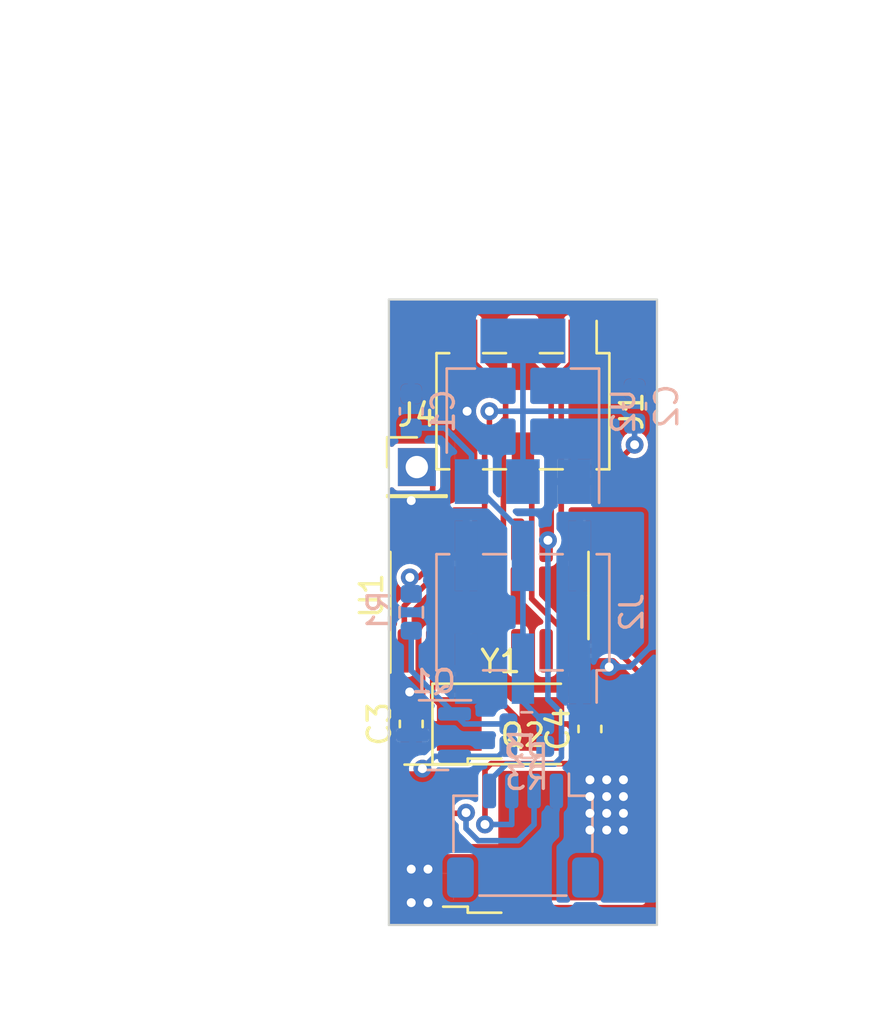
<source format=kicad_pcb>
(kicad_pcb (version 20221018) (generator pcbnew)
  (layers (0 "F.Cu" signal) (31 "B.Cu" signal) (34 "B.Paste" user) (35 "F.Paste" user) (36 "B.SilkS" user "B.Silkscreen") (37 "F.SilkS" user "F.Silkscreen") (38 "B.Mask" user) (39 "F.Mask" user) (44 "Edge.Cuts" user))
  (net 0 "")
  (net 1 "VIN")
  (net 2 "GND")
  (net 3 "VOUT")
  (net 4 "CLKI")
  (net 5 "PB1")
  (net 6 "ADC5")
  (net 7 "ADC6")
  (net 8 "PB3")
  (net 9 "OUTPUT01")
  (net 10 "ADC4")
  (net 11 "Net-(Q1-Pad1)")
  (net 12 "Net-(Q1-Pad2)")
  (net 13 "ADC0")
  (net 14 "CKOUT")
  (net 15 "ADC7")
  (net 16 "ADC3")
  (net 17 "ADC2")
  (net 18 "ADC1")
  (footprint "oomlout_OOMP_parts:CAPC-0603-X-PF20-V50-C6P20" (layer "F.Cu") (at 181.5 104.475 90)
    (fp_text reference "C4" (at 0 -1.43 90) (layer "F.SilkS"))
    (fp_text value "CAPC-0603-X-PF20-V50-C6P20")
    (fp_line (start -0.14058 -0.51) (end 0.14058 -0.51) (stroke (width 0.12)) (layer "F.SilkS"))
    (fp_line (start -0.14058 0.51) (end 0.14058 0.51) (stroke (width 0.12)) (layer "F.SilkS"))
    (pad "1" smd roundrect (at -0.775 0 90) (size 0.9 0.95) (layers "F.Cu" "F.Paste" "F.Mask") (net 5 "PB1"))
    (pad "2" smd roundrect (at 0.775 0 90) (size 0.9 0.95) (layers "F.Cu" "F.Paste" "F.Mask") (net 2 "GND"))
  )
  (footprint "oomlout_OOMP_parts:HEAD-I01-X-PI01-01-HP01" (layer "F.Cu") (at 173.75 92.75)
    (fp_text reference "J4" (at 0 -2.33) (layer "F.SilkS"))
    (fp_text value "HEAD-I01-X-PI01-01-HP01")
    (fp_line (start -1.33 -1.33) (end 0 -1.33) (stroke (width 0.12)) (layer "F.SilkS"))
    (fp_line (start -1.33 0) (end -1.33 -1.33) (stroke (width 0.12)) (layer "F.SilkS"))
    (fp_line (start -1.33 1.27) (end -1.33 1.33) (stroke (width 0.12)) (layer "F.SilkS"))
    (fp_line (start -1.33 1.27) (end 1.33 1.27) (stroke (width 0.12)) (layer "F.SilkS"))
    (fp_line (start -1.33 1.33) (end 1.33 1.33) (stroke (width 0.12)) (layer "F.SilkS"))
    (fp_line (start 1.33 1.27) (end 1.33 1.33) (stroke (width 0.12)) (layer "F.SilkS"))
    (pad "1" thru_hole rect (at 0 0) (size 1.7 1.7) (drill 1) (layers "*.Cu" "*.Mask") (net 13 "ADC0"))
  )
  (footprint "oomlout_OOMP_parts:CAPC-0603-X-PF20-V50-C6P20" (layer "F.Cu") (at 173.5 104.25 90)
    (fp_text reference "C3" (at 0 -1.43 90) (layer "F.SilkS"))
    (fp_text value "CAPC-0603-X-PF20-V50-C6P20")
    (fp_line (start -0.14058 -0.51) (end 0.14058 -0.51) (stroke (width 0.12)) (layer "F.SilkS"))
    (fp_line (start -0.14058 0.51) (end 0.14058 0.51) (stroke (width 0.12)) (layer "F.SilkS"))
    (pad "1" smd roundrect (at -0.775 0 90) (size 0.9 0.95) (layers "F.Cu" "F.Paste" "F.Mask") (net 4 "CLKI"))
    (pad "2" smd roundrect (at 0.775 0 90) (size 0.9 0.95) (layers "F.Cu" "F.Paste" "F.Mask") (net 2 "GND"))
  )
  (footprint "oomlout_OOMP_parts:HEAD-I01-X-PI2X03-SM-H2X3SM" (layer "F.Cu") (at 178.5 90.25 -90)
    (fp_text reference "J1" (at 0 -4.87 90) (layer "F.SilkS"))
    (fp_text value "HEAD-I01-X-PI2X03-SM-H2X3SM")
    (fp_line (start -4.04 -3.3) (end -2.6 -3.3) (stroke (width 0.12)) (layer "F.SilkS"))
    (fp_line (start -2.6 -3.87) (end -2.6 -3.3) (stroke (width 0.12)) (layer "F.SilkS"))
    (fp_line (start -2.6 -3.87) (end 2.6 -3.87) (stroke (width 0.12)) (layer "F.SilkS"))
    (fp_line (start -2.6 -1.78) (end -2.6 -0.76) (stroke (width 0.12)) (layer "F.SilkS"))
    (fp_line (start -2.6 0.76) (end -2.6 1.78) (stroke (width 0.12)) (layer "F.SilkS"))
    (fp_line (start -2.6 3.3) (end -2.6 3.87) (stroke (width 0.12)) (layer "F.SilkS"))
    (fp_line (start -2.6 3.87) (end 2.6 3.87) (stroke (width 0.12)) (layer "F.SilkS"))
    (fp_line (start 2.6 -3.87) (end 2.6 -3.3) (stroke (width 0.12)) (layer "F.SilkS"))
    (fp_line (start 2.6 -1.78) (end 2.6 -0.76) (stroke (width 0.12)) (layer "F.SilkS"))
    (fp_line (start 2.6 0.76) (end 2.6 1.78) (stroke (width 0.12)) (layer "F.SilkS"))
    (fp_line (start 2.6 3.3) (end 2.6 3.87) (stroke (width 0.12)) (layer "F.SilkS"))
    (pad "1" smd rect (at -2.525 -2.54 270) (size 3.15 1) (layers "F.Cu" "F.Paste" "F.Mask") (net 6 "ADC5"))
    (pad "2" smd rect (at 2.525 -2.54 270) (size 3.15 1) (layers "F.Cu" "F.Paste" "F.Mask") (net 3 "VOUT"))
    (pad "3" smd rect (at -2.525 0 270) (size 3.15 1) (layers "F.Cu" "F.Paste" "F.Mask") (net 10 "ADC4"))
    (pad "4" smd rect (at 2.525 0 270) (size 3.15 1) (layers "F.Cu" "F.Paste" "F.Mask") (net 7 "ADC6"))
    (pad "5" smd rect (at -2.525 2.54 270) (size 3.15 1) (layers "F.Cu" "F.Paste" "F.Mask") (net 8 "PB3"))
    (pad "6" smd rect (at 2.525 2.54 270) (size 3.15 1) (layers "F.Cu" "F.Paste" "F.Mask") (net 2 "GND"))
  )
  (footprint "oomlout_OOMP_parts:MCUU-SC14-84-ATTINY-01-MCAT84SC14" (layer "F.Cu") (at 177 98.5 90)
    (fp_text reference "U1" (at 0 -5.28 90) (layer "F.SilkS"))
    (fp_text value "MCUU-SC14-84-ATTINY-01-MCAT84SC14")
    (fp_line (start 0 -4.435) (end -3.45 -4.435) (stroke (width 0.12)) (layer "F.SilkS"))
    (fp_line (start 0 -4.435) (end 1.95 -4.435) (stroke (width 0.12)) (layer "F.SilkS"))
    (fp_line (start 0 4.435) (end -1.95 4.435) (stroke (width 0.12)) (layer "F.SilkS"))
    (fp_line (start 0 4.435) (end 1.95 4.435) (stroke (width 0.12)) (layer "F.SilkS"))
    (pad "1" smd roundrect (at -2.475 -3.81 90) (size 1.95 0.6) (layers "F.Cu" "F.Paste" "F.Mask") (net 3 "VOUT"))
    (pad "2" smd roundrect (at -2.475 -2.54 90) (size 1.95 0.6) (layers "F.Cu" "F.Paste" "F.Mask") (net 4 "CLKI"))
    (pad "3" smd roundrect (at -2.475 -1.27 90) (size 1.95 0.6) (layers "F.Cu" "F.Paste" "F.Mask") (net 5 "PB1"))
    (pad "4" smd roundrect (at -2.475 0 90) (size 1.95 0.6) (layers "F.Cu" "F.Paste" "F.Mask") (net 8 "PB3"))
    (pad "5" smd roundrect (at -2.475 1.27 90) (size 1.95 0.6) (layers "F.Cu" "F.Paste" "F.Mask") (net 14 "CKOUT"))
    (pad "6" smd roundrect (at -2.475 2.54 90) (size 1.95 0.6) (layers "F.Cu" "F.Paste" "F.Mask") (net 15 "ADC7"))
    (pad "7" smd roundrect (at -2.475 3.81 90) (size 1.95 0.6) (layers "F.Cu" "F.Paste" "F.Mask") (net 7 "ADC6"))
    (pad "8" smd roundrect (at 2.475 3.81 90) (size 1.95 0.6) (layers "F.Cu" "F.Paste" "F.Mask") (net 6 "ADC5"))
    (pad "9" smd roundrect (at 2.475 2.54 90) (size 1.95 0.6) (layers "F.Cu" "F.Paste" "F.Mask") (net 10 "ADC4"))
    (pad "10" smd roundrect (at 2.475 1.27 90) (size 1.95 0.6) (layers "F.Cu" "F.Paste" "F.Mask") (net 16 "ADC3"))
    (pad "11" smd roundrect (at 2.475 0 90) (size 1.95 0.6) (layers "F.Cu" "F.Paste" "F.Mask") (net 17 "ADC2"))
    (pad "12" smd roundrect (at 2.475 -1.27 90) (size 1.95 0.6) (layers "F.Cu" "F.Paste" "F.Mask") (net 18 "ADC1"))
    (pad "13" smd roundrect (at 2.475 -2.54 90) (size 1.95 0.6) (layers "F.Cu" "F.Paste" "F.Mask") (net 13 "ADC0"))
    (pad "14" smd roundrect (at 2.475 -3.81 90) (size 1.95 0.6) (layers "F.Cu" "F.Paste" "F.Mask") (net 2 "GND"))
  )
  (footprint "oomlout_OOMP_parts:MOSN-T252-X-K4184-01-MN2524184A" (layer "F.Cu") (at 178.5 109.25)
    (fp_text reference "Q2" (at 0 -4.5) (layer "F.SilkS"))
    (fp_text value "MOSN-T252-X-K4184-01-MN2524184A")
    (fp_line (start -2.47 -3.45) (end -2.47 -3.18) (stroke (width 0.12)) (layer "F.SilkS"))
    (fp_line (start -2.47 -3.18) (end -5.3 -3.18) (stroke (width 0.12)) (layer "F.SilkS"))
    (fp_line (start -2.47 3.18) (end -3.57 3.18) (stroke (width 0.12)) (layer "F.SilkS"))
    (fp_line (start -2.47 3.45) (end -2.47 3.18) (stroke (width 0.12)) (layer "F.SilkS"))
    (fp_line (start -0.97 -3.45) (end -2.47 -3.45) (stroke (width 0.12)) (layer "F.SilkS"))
    (fp_line (start -0.97 3.45) (end -2.47 3.45) (stroke (width 0.12)) (layer "F.SilkS"))
    (pad "1" smd rect (at -4.2 -2.28) (size 2.2 1.2) (layers "F.Cu" "F.Paste" "F.Mask") (net 12 "Net-(Q1-Pad2)"))
    (pad "2" smd rect (at -4.2 0) (size 2.2 1.2) (layers "F.Cu" "F.Paste" "F.Mask") (net 9 "OUTPUT01"))
    (pad "2" smd rect (at 2.1 0) (size 6.4 5.8) (layers "F.Cu" "F.Mask") (net 9 "OUTPUT01"))
    (pad "3" smd rect (at -4.2 2.28) (size 2.2 1.2) (layers "F.Cu" "F.Paste" "F.Mask") (net 2 "GND"))
  )
  (footprint "oomlout_OOMP_parts:XTAL-5032-X-MZ16-01-XTAL5032-MZ16" (layer "F.Cu") (at 177.5 104.25)
    (fp_text reference "Y1" (at 0 -2.8) (layer "F.SilkS"))
    (fp_text value "XTAL-5032-X-MZ16-01-XTAL5032-MZ16")
    (fp_line (start -3.05 -1.8) (end -3.05 1.8) (stroke (width 0.12)) (layer "F.SilkS"))
    (fp_line (start -3.05 1.8) (end 2.7 1.8) (stroke (width 0.12)) (layer "F.SilkS"))
    (fp_line (start 2.7 -1.8) (end -3.05 -1.8) (stroke (width 0.12)) (layer "F.SilkS"))
    (pad "1" smd rect (at -1.85 0) (size 2 2.4) (layers "F.Cu" "F.Paste" "F.Mask") (net 4 "CLKI"))
    (pad "2" smd rect (at 1.85 0) (size 2 2.4) (layers "F.Cu" "F.Paste" "F.Mask") (net 5 "PB1"))
  )
  (footprint "oomlout_OOMP_parts:CAPC-0603-X-NF100-V50-C6N100" (layer "B.Cu") (at 183.5 90.025 90)
    (fp_text reference "C2" (at 0 1.43 90) (layer "B.SilkS") (effects (justify mirror)))
    (fp_text value "CAPC-0603-X-NF100-V50-C6N100")
    (fp_line (start -0.14058 -0.51) (end 0.14058 -0.51) (stroke (width 0.12)) (layer "B.SilkS"))
    (fp_line (start -0.14058 0.51) (end 0.14058 0.51) (stroke (width 0.12)) (layer "B.SilkS"))
    (pad "1" smd roundrect (at -0.775 0 90) (size 0.9 0.95) (layers "B.Cu" "B.Paste" "B.Mask") (net 3 "VOUT"))
    (pad "2" smd roundrect (at 0.775 0 90) (size 0.9 0.95) (layers "B.Cu" "B.Paste" "B.Mask") (net 2 "GND"))
  )
  (footprint "oomlout_OOMP_parts:RESE-0603-X-O271-01-R6O271" (layer "B.Cu") (at 173.5 99.25 -90)
    (fp_text reference "R1" (at 0 1.43 90) (layer "B.SilkS") (effects (justify mirror)))
    (fp_text value "RESE-0603-X-O271-01-R6O271")
    (fp_line (start -0.237258 -0.5225) (end 0.237258 -0.5225) (stroke (width 0.12)) (layer "B.SilkS"))
    (fp_line (start -0.237258 0.5225) (end 0.237258 0.5225) (stroke (width 0.12)) (layer "B.SilkS"))
    (pad "1" smd roundrect (at -0.825 0 270) (size 0.8 0.95) (layers "B.Cu" "B.Paste" "B.Mask") (net 13 "ADC0"))
    (pad "2" smd roundrect (at 0.825 0 270) (size 0.8 0.95) (layers "B.Cu" "B.Paste" "B.Mask") (net 11 "Net-(Q1-Pad1)"))
  )
  (footprint "oomlout_OOMP_parts:HEAD-JSTSH-X-PI04-RS-HSH04RS" (layer "B.Cu") (at 178.5 109.25 180)
    (fp_text reference "J3" (at 0 3.98) (layer "B.SilkS") (effects (justify mirror)))
    (fp_text value "HEAD-JSTSH-X-PI04-RS-HSH04RS")
    (fp_line (start -3.11 -0.715) (end -3.11 1.785) (stroke (width 0.12)) (layer "B.SilkS"))
    (fp_line (start -3.11 1.785) (end -2.06 1.785) (stroke (width 0.12)) (layer "B.SilkS"))
    (fp_line (start -2.06 1.785) (end -2.06 2.775) (stroke (width 0.12)) (layer "B.SilkS"))
    (fp_line (start -1.94 -2.685) (end 1.94 -2.685) (stroke (width 0.12)) (layer "B.SilkS"))
    (fp_line (start 3.11 -0.715) (end 3.11 1.785) (stroke (width 0.12)) (layer "B.SilkS"))
    (fp_line (start 3.11 1.785) (end 2.06 1.785) (stroke (width 0.12)) (layer "B.SilkS"))
    (pad "1" smd roundrect (at -1.5 2 180) (size 0.6 1.55) (layers "B.Cu" "B.Paste" "B.Mask") (net 2 "GND"))
    (pad "2" smd roundrect (at -0.5 2 180) (size 0.6 1.55) (layers "B.Cu" "B.Paste" "B.Mask") (net 3 "VOUT"))
    (pad "3" smd roundrect (at 0.5 2 180) (size 0.6 1.55) (layers "B.Cu" "B.Paste" "B.Mask") (net 7 "ADC6"))
    (pad "4" smd roundrect (at 1.5 2 180) (size 0.6 1.55) (layers "B.Cu" "B.Paste" "B.Mask") (net 10 "ADC4"))
    (pad "MP" smd roundrect (at -2.8 -1.875 180) (size 1.2 1.8) (layers "B.Cu" "B.Paste" "B.Mask") (roundrect_rratio 0.2083333333))
    (pad "MP" smd roundrect (at 2.8 -1.875 180) (size 1.2 1.8) (layers "B.Cu" "B.Paste" "B.Mask") (roundrect_rratio 0.2083333333))
  )
  (footprint "oomlout_OOMP_parts:RESE-0603-X-O103-01-R6O1301" (layer "B.Cu") (at 178.675 105.25)
    (fp_text reference "R3" (at 0 1.43) (layer "B.SilkS") (effects (justify mirror)))
    (fp_text value "RESE-0603-X-O103-01-R6O1301")
    (fp_line (start -0.237258 -0.5225) (end 0.237258 -0.5225) (stroke (width 0.12)) (layer "B.SilkS"))
    (fp_line (start -0.237258 0.5225) (end 0.237258 0.5225) (stroke (width 0.12)) (layer "B.SilkS"))
    (pad "1" smd roundrect (at -0.825 0) (size 0.8 0.95) (layers "B.Cu" "B.Paste" "B.Mask") (net 12 "Net-(Q1-Pad2)"))
    (pad "2" smd roundrect (at 0.825 0) (size 0.8 0.95) (layers "B.Cu" "B.Paste" "B.Mask") (net 1 "VIN"))
  )
  (footprint "oomlout_OOMP_parts:CAPC-0603-X-NF100-V50-C6N100" (layer "B.Cu") (at 173.5 90.25 90)
    (fp_text reference "C1" (at 0 1.43 90) (layer "B.SilkS") (effects (justify mirror)))
    (fp_text value "CAPC-0603-X-NF100-V50-C6N100")
    (fp_line (start -0.14058 -0.51) (end 0.14058 -0.51) (stroke (width 0.12)) (layer "B.SilkS"))
    (fp_line (start -0.14058 0.51) (end 0.14058 0.51) (stroke (width 0.12)) (layer "B.SilkS"))
    (pad "1" smd roundrect (at -0.775 0 90) (size 0.9 0.95) (layers "B.Cu" "B.Paste" "B.Mask") (net 1 "VIN"))
    (pad "2" smd roundrect (at 0.775 0 90) (size 0.9 0.95) (layers "B.Cu" "B.Paste" "B.Mask") (net 2 "GND"))
  )
  (footprint "oomlout_OOMP_parts:RESE-0603-X-O103-01-R6O1301" (layer "B.Cu") (at 178.675 104.25)
    (fp_text reference "R2" (at 0 1.43) (layer "B.SilkS") (effects (justify mirror)))
    (fp_text value "RESE-0603-X-O103-01-R6O1301")
    (fp_line (start -0.237258 -0.5225) (end 0.237258 -0.5225) (stroke (width 0.12)) (layer "B.SilkS"))
    (fp_line (start -0.237258 0.5225) (end 0.237258 0.5225) (stroke (width 0.12)) (layer "B.SilkS"))
    (pad "1" smd roundrect (at -0.825 0) (size 0.8 0.95) (layers "B.Cu" "B.Paste" "B.Mask") (net 11 "Net-(Q1-Pad1)"))
    (pad "2" smd roundrect (at 0.825 0) (size 0.8 0.95) (layers "B.Cu" "B.Paste" "B.Mask") (net 1 "VIN"))
  )
  (footprint "oomlout_OOMP_parts:TRNN-SO23-X-KS8050-01-TRNN-SO23-KS8050" (layer "B.Cu") (at 174.5 104.75 180)
    (fp_text reference "Q1" (at 0 2.4) (layer "B.SilkS") (effects (justify mirror)))
    (fp_text value "TRNN-SO23-X-KS8050-01-TRNN-SO23-KS8050")
    (fp_line (start 0 -1.56) (end -0.65 -1.56) (stroke (width 0.12)) (layer "B.SilkS"))
    (fp_line (start 0 -1.56) (end 0.65 -1.56) (stroke (width 0.12)) (layer "B.SilkS"))
    (fp_line (start 0 1.56) (end -1.675 1.56) (stroke (width 0.12)) (layer "B.SilkS"))
    (fp_line (start 0 1.56) (end 0.65 1.56) (stroke (width 0.12)) (layer "B.SilkS"))
    (pad "1" smd roundrect (at -0.9375 0.95 180) (size 1.475 0.6) (layers "B.Cu" "B.Paste" "B.Mask") (net 11 "Net-(Q1-Pad1)"))
    (pad "2" smd roundrect (at -0.9375 -0.95 180) (size 1.475 0.6) (layers "B.Cu" "B.Paste" "B.Mask") (net 12 "Net-(Q1-Pad2)"))
    (pad "3" smd roundrect (at 0.9375 0 180) (size 1.475 0.6) (layers "B.Cu" "B.Paste" "B.Mask") (net 2 "GND"))
  )
  (footprint "oomlout_OOMP_parts:VREG-SO223-X-KLD1117-V33D-VR111722333" (layer "B.Cu") (at 178.5 90.25 90)
    (fp_text reference "U2" (at 0 4.5 90) (layer "B.SilkS") (effects (justify mirror)))
    (fp_text value "VREG-SO223-X-KLD1117-V33D-VR111722333")
    (fp_line (start -4.1 3.41) (end 1.91 3.41) (stroke (width 0.12)) (layer "B.SilkS"))
    (fp_line (start -1.85 -3.41) (end 1.91 -3.41) (stroke (width 0.12)) (layer "B.SilkS"))
    (fp_line (start 1.91 -3.41) (end 1.91 -2.15) (stroke (width 0.12)) (layer "B.SilkS"))
    (fp_line (start 1.91 3.41) (end 1.91 2.15) (stroke (width 0.12)) (layer "B.SilkS"))
    (pad "1" smd rect (at -3.15 2.3 90) (size 2 1.5) (layers "B.Cu" "B.Paste" "B.Mask") (net 2 "GND"))
    (pad "2" smd rect (at -3.15 0 90) (size 2 1.5) (layers "B.Cu" "B.Paste" "B.Mask") (net 3 "VOUT"))
    (pad "2" smd rect (at 3.15 0 90) (size 2 3.8) (layers "B.Cu" "B.Paste" "B.Mask") (net 3 "VOUT"))
    (pad "3" smd rect (at -3.15 -2.3 90) (size 2 1.5) (layers "B.Cu" "B.Paste" "B.Mask") (net 1 "VIN"))
  )
  (footprint "oomlout_OOMP_parts:HEAD-I01-X-PI2X03-SM-H2X3SM" (layer "B.Cu") (at 178.5 99.25 90)
    (fp_text reference "J2" (at 0 4.87 90) (layer "B.SilkS") (effects (justify mirror)))
    (fp_text value "HEAD-I01-X-PI2X03-SM-H2X3SM")
    (fp_line (start -4.04 3.3) (end -2.6 3.3) (stroke (width 0.12)) (layer "B.SilkS"))
    (fp_line (start -2.6 -3.87) (end 2.6 -3.87) (stroke (width 0.12)) (layer "B.SilkS"))
    (fp_line (start -2.6 -3.3) (end -2.6 -3.87) (stroke (width 0.12)) (layer "B.SilkS"))
    (fp_line (start -2.6 -0.76) (end -2.6 -1.78) (stroke (width 0.12)) (layer "B.SilkS"))
    (fp_line (start -2.6 1.78) (end -2.6 0.76) (stroke (width 0.12)) (layer "B.SilkS"))
    (fp_line (start -2.6 3.87) (end -2.6 3.3) (stroke (width 0.12)) (layer "B.SilkS"))
    (fp_line (start -2.6 3.87) (end 2.6 3.87) (stroke (width 0.12)) (layer "B.SilkS"))
    (fp_line (start 2.6 -3.3) (end 2.6 -3.87) (stroke (width 0.12)) (layer "B.SilkS"))
    (fp_line (start 2.6 -0.76) (end 2.6 -1.78) (stroke (width 0.12)) (layer "B.SilkS"))
    (fp_line (start 2.6 1.78) (end 2.6 0.76) (stroke (width 0.12)) (layer "B.SilkS"))
    (fp_line (start 2.6 3.87) (end 2.6 3.3) (stroke (width 0.12)) (layer "B.SilkS"))
    (pad "1" smd rect (at -2.525 2.54 90) (size 3.15 1) (layers "B.Cu" "B.Paste" "B.Mask") (net 9 "OUTPUT01"))
    (pad "2" smd rect (at 2.525 2.54 90) (size 3.15 1) (layers "B.Cu" "B.Paste" "B.Mask") (net 9 "OUTPUT01"))
    (pad "3" smd rect (at -2.525 0 90) (size 3.15 1) (layers "B.Cu" "B.Paste" "B.Mask") (net 1 "VIN"))
    (pad "4" smd rect (at 2.525 0 90) (size 3.15 1) (layers "B.Cu" "B.Paste" "B.Mask") (net 1 "VIN"))
    (pad "5" smd rect (at -2.525 -2.54 90) (size 3.15 1) (layers "B.Cu" "B.Paste" "B.Mask") (net 2 "GND"))
    (pad "6" smd rect (at 2.525 -2.54 90) (size 3.15 1) (layers "B.Cu" "B.Paste" "B.Mask") (net 2 "GND"))
  )
  (gr_line (start 184.5 113.25) (end 172.5 113.25) (stroke (width 0.1)) (layer "Edge.Cuts"))
  (gr_line (start 172.5 113.25) (end 172.5 85.25) (stroke (width 0.1)) (layer "Edge.Cuts"))
  (gr_line (start 172.5 85.25) (end 184.5 85.25) (stroke (width 0.1)) (layer "Edge.Cuts"))
  (gr_line (start 184.5 85.25) (end 184.5 113.25) (stroke (width 0.1)) (layer "Edge.Cuts"))
  (segment (start 178.5 96.725) (end 178.5 101.775) (width 0.25) (layer "B.Cu") (net 1))
  (segment (start 175 91) (end 173.525 91) (width 0.25) (layer "B.Cu") (net 1))
  (segment (start 178.5 101.775) (end 178.5 103.25) (width 0.25) (layer "B.Cu") (net 1))
  (segment (start 176.2 93.4) (end 176.2 92.2) (width 0.25) (layer "B.Cu") (net 1))
  (segment (start 179.5 104.25) (end 179.5 105.25) (width 0.25) (layer "B.Cu") (net 1))
  (segment (start 173.525 91) (end 173.5 91.025) (width 0.25) (layer "B.Cu") (net 1))
  (segment (start 178.5 103.25) (end 179.5 104.25) (width 0.25) (layer "B.Cu") (net 1))
  (segment (start 178.5 95.7) (end 176.2 93.4) (width 0.25) (layer "B.Cu") (net 1))
  (segment (start 176.2 92.2) (end 175 91) (width 0.25) (layer "B.Cu") (net 1))
  (segment (start 178.5 96.725) (end 178.5 95.7) (width 0.25) (layer "B.Cu") (net 1))
  (segment (start 173.5 91.025) (end 173.825 91.025) (width 0.25) (layer "B.Cu") (net 1))
  (segment (start 182.5 102.7) (end 182.5 101.562201) (width 0.25) (layer "F.Cu") (net 2))
  (segment (start 174.5 111.25) (end 173.5 112.25) (width 0.25) (layer "F.Cu") (net 2))
  (segment (start 174.3 111.53) (end 173.78 111.53) (width 0.25) (layer "F.Cu") (net 2))
  (segment (start 173.5 102.75) (end 173.431451 102.818549) (width 0.25) (layer "F.Cu") (net 2))
  (segment (start 182.5 101.562201) (end 182.362701 101.6995) (width 0.25) (layer "F.Cu") (net 2))
  (segment (start 173.5 103.475) (end 173.5 102.75) (width 0.25) (layer "F.Cu") (net 2))
  (segment (start 173.78 111.53) (end 173.5 111.25) (width 0.25) (layer "F.Cu") (net 2))
  (segment (start 181.5 103.7) (end 182.5 102.7) (width 0.25) (layer "F.Cu") (net 2))
  (segment (start 173.19 94.56) (end 173.5 94.25) (width 0.25) (layer "F.Cu") (net 2))
  (segment (start 173.19 96.025) (end 173.19 94.56) (width 0.25) (layer "F.Cu") (net 2))
  (segment (start 175.96 92.775) (end 175.96 90.29) (width 0.25) (layer "F.Cu") (net 2))
  (segment (start 175.96 90.29) (end 176 90.25) (width 0.25) (layer "F.Cu") (net 2))
  (via (at 173.431451 102.818549) (size 0.8) (drill 0.4) (layers "F.Cu" "B.Cu") (net 2))
  (via (at 173.5 112.25) (size 0.8) (drill 0.4) (layers "F.Cu" "B.Cu") (net 2))
  (via (at 176 90.25) (size 0.8) (drill 0.4) (layers "F.Cu" "B.Cu") (net 2))
  (via (at 173.5 94.25) (size 0.8) (drill 0.4) (layers "F.Cu" "B.Cu") (net 2))
  (via (at 173.5 110.75) (size 0.8) (drill 0.4) (layers "F.Cu" "B.Cu") (net 2))
  (via (at 182.362701 101.6995) (size 0.8) (drill 0.4) (layers "F.Cu" "B.Cu") (net 2))
  (via (at 174.25 112.25) (size 0.8) (drill 0.4) (layers "F.Cu" "B.Cu") (net 2))
  (via (at 174.25 110.75) (size 0.8) (drill 0.4) (layers "F.Cu" "B.Cu") (net 2))
  (segment (start 184.25 100.75) (end 184.25 94.5) (width 0.25) (layer "B.Cu") (net 2))
  (segment (start 184.25 94.5) (end 183.15 93.4) (width 0.25) (layer "B.Cu") (net 2))
  (segment (start 180 107.25) (end 180 109.25) (width 0.25) (layer "B.Cu") (net 2))
  (segment (start 174.75 112.75) (end 174.25 112.25) (width 0.25) (layer "B.Cu") (net 2))
  (segment (start 183.3005 101.6995) (end 184.25 100.75) (width 0.25) (layer "B.Cu") (net 2))
  (segment (start 176.5 112.75) (end 174.75 112.75) (width 0.25) (layer "B.Cu") (net 2))
  (segment (start 182.362701 101.6995) (end 183.3005 101.6995) (width 0.25) (layer "B.Cu") (net 2))
  (segment (start 180 109.25) (end 176.5 112.75) (width 0.25) (layer "B.Cu") (net 2))
  (segment (start 175.96 96.725) (end 175.96 101.775) (width 0.25) (layer "B.Cu") (net 2))
  (segment (start 173.5 112.25) (end 173.58 112.25) (width 0.25) (layer "B.Cu") (net 2))
  (segment (start 183.15 93.4) (end 180.8 93.4) (width 0.25) (layer "B.Cu") (net 2))
  (segment (start 173.19 100.975) (end 172.7 101.465) (width 0.25) (layer "F.Cu") (net 3))
  (segment (start 181.04 92.775) (end 182.475 92.775) (width 0.25) (layer "F.Cu") (net 3))
  (segment (start 176.785 91.465) (end 177 91.25) (width 0.25) (layer "F.Cu") (net 3))
  (segment (start 175.433249 94.675) (end 176.785 94.675) (width 0.25) (layer "F.Cu") (net 3))
  (segment (start 172.7 101.465) (end 172.7 107.72) (width 0.25) (layer "F.Cu") (net 3))
  (segment (start 173.19 100.975) (end 173.19 98.961751) (width 0.25) (layer "F.Cu") (net 3))
  (segment (start 175.982272 108.25) (end 175.952774 108.220502) (width 0.25) (layer "F.Cu") (net 3))
  (segment (start 173.23 108.25) (end 175.982272 108.25) (width 0.25) (layer "F.Cu") (net 3))
  (segment (start 176.785 94.675) (end 176.785 91.465) (width 0.25) (layer "F.Cu") (net 3))
  (segment (start 175.105 97.046751) (end 175.105 95.003249) (width 0.25) (layer "F.Cu") (net 3))
  (segment (start 172.7 107.72) (end 173.23 108.25) (width 0.25) (layer "F.Cu") (net 3))
  (segment (start 182.475 92.775) (end 183.5 91.75) (width 0.25) (layer "F.Cu") (net 3))
  (segment (start 175.105 95.003249) (end 175.433249 94.675) (width 0.25) (layer "F.Cu") (net 3))
  (segment (start 177 91.25) (end 177 90.25) (width 0.25) (layer "F.Cu") (net 3))
  (segment (start 173.19 98.961751) (end 175.105 97.046751) (width 0.25) (layer "F.Cu") (net 3))
  (via (at 175.952774 108.220502) (size 0.8) (drill 0.4) (layers "F.Cu" "B.Cu") (net 3))
  (via (at 183.5 91.75) (size 0.8) (drill 0.4) (layers "F.Cu" "B.Cu") (net 3))
  (via (at 177 90.25) (size 0.8) (drill 0.4) (layers "F.Cu" "B.Cu") (net 3))
  (segment (start 178.275 109.475) (end 179 108.75) (width 0.25) (layer "B.Cu") (net 3))
  (segment (start 178.5 93.4) (end 178.5 87.1) (width 0.25) (layer "B.Cu") (net 3))
  (segment (start 179 108.75) (end 179 107.25) (width 0.25) (layer "B.Cu") (net 3))
  (segment (start 177 90.25) (end 178.5 90.25) (width 0.25) (layer "B.Cu") (net 3))
  (segment (start 175.952774 108.220502) (end 175.952774 108.927581) (width 0.25) (layer "B.Cu") (net 3))
  (segment (start 182.95 90.25) (end 178.5 90.25) (width 0.25) (layer "B.Cu") (net 3))
  (segment (start 178.5 90.25) (end 178.5 87.1) (width 0.25) (layer "B.Cu") (net 3))
  (segment (start 175.952774 108.927581) (end 176.500193 109.475) (width 0.25) (layer "B.Cu") (net 3))
  (segment (start 183.5 90.8) (end 182.95 90.25) (width 0.25) (layer "B.Cu") (net 3))
  (segment (start 176.500193 109.475) (end 178.275 109.475) (width 0.25) (layer "B.Cu") (net 3))
  (segment (start 183.5 90.8) (end 183.5 91.75) (width 0.25) (layer "B.Cu") (net 3))
  (segment (start 174.275 104.25) (end 173.5 105.025) (width 0.25) (layer "F.Cu") (net 4))
  (segment (start 175.65 104.25) (end 174.275 104.25) (width 0.25) (layer "F.Cu") (net 4))
  (segment (start 174.46 100.975) (end 174.46 103.06) (width 0.25) (layer "F.Cu") (net 4))
  (segment (start 174.46 103.06) (end 175.65 104.25) (width 0.25) (layer "F.Cu") (net 4))
  (segment (start 175.73 100.975) (end 175.73 101.48) (width 0.25) (layer "F.Cu") (net 5))
  (segment (start 179.35 104.25) (end 180.5 104.25) (width 0.25) (layer "F.Cu") (net 5))
  (segment (start 175.73 101.48) (end 178.5 104.25) (width 0.25) (layer "F.Cu") (net 5))
  (segment (start 180.5 104.25) (end 181.5 105.25) (width 0.25) (layer "F.Cu") (net 5))
  (segment (start 178.5 104.25) (end 179.35 104.25) (width 0.25) (layer "F.Cu") (net 5))
  (segment (start 180.215 88.55) (end 180.215 95.43) (width 0.25) (layer "F.Cu") (net 6))
  (segment (start 180.215 95.43) (end 180.81 96.025) (width 0.25) (layer "F.Cu") (net 6))
  (segment (start 181.04 87.725) (end 180.215 88.55) (width 0.25) (layer "F.Cu") (net 6))
  (segment (start 177.075 106.025) (end 181.977817 106.025) (width 0.25) (layer "F.Cu") (net 7))
  (segment (start 178.5 92.775) (end 178.895 93.17) (width 0.25) (layer "F.Cu") (net 7))
  (segment (start 183.75 102) (end 183.75 104.252817) (width 0.25) (layer "F.Cu") (net 7))
  (segment (start 180.81 100.975) (end 182.725 100.975) (width 0.25) (layer "F.Cu") (net 7))
  (segment (start 183.75 104.252817) (end 181.977817 106.025) (width 0.25) (layer "F.Cu") (net 7))
  (segment (start 178.895 98.645) (end 180.81 100.56) (width 0.25) (layer "F.Cu") (net 7))
  (segment (start 176.800498 106.299502) (end 177.075 106.025) (width 0.25) (layer "F.Cu") (net 7))
  (segment (start 176.800498 108.75) (end 176.800498 106.299502) (width 0.25) (layer "F.Cu") (net 7))
  (segment (start 182.725 100.975) (end 183.75 102) (width 0.25) (layer "F.Cu") (net 7))
  (segment (start 180.81 100.56) (end 180.81 100.975) (width 0.25) (layer "F.Cu") (net 7))
  (segment (start 178.895 93.17) (end 178.895 98.645) (width 0.25) (layer "F.Cu") (net 7))
  (via (at 176.800498 108.75) (size 0.8) (drill 0.4) (layers "F.Cu" "B.Cu") (net 7))
  (segment (start 178 108.75) (end 176.800498 108.75) (width 0.25) (layer "B.Cu") (net 7))
  (segment (start 178 107.25) (end 178 108.75) (width 0.25) (layer "B.Cu") (net 7))
  (segment (start 177.625 100.35) (end 177 100.975) (width 0.25) (layer "F.Cu") (net 8))
  (segment (start 175.96 87.725) (end 177.725 89.49) (width 0.25) (layer "F.Cu") (net 8))
  (segment (start 177.725 90.550305) (end 177.625 90.650305) (width 0.25) (layer "F.Cu") (net 8))
  (segment (start 177 100.211751) (end 177 100.975) (width 0.25) (layer "F.Cu") (net 8))
  (segment (start 177.625 90.650305) (end 177.625 100.35) (width 0.25) (layer "F.Cu") (net 8))
  (segment (start 177.725 89.49) (end 177.725 90.550305) (width 0.25) (layer "F.Cu") (net 8))
  (segment (start 180.1 109.75) (end 174.8 109.75) (width 0.25) (layer "F.Cu") (net 9))
  (segment (start 174.8 109.75) (end 174.3 109.25) (width 0.25) (layer "F.Cu") (net 9))
  (segment (start 180.6 109.25) (end 180.1 109.75) (width 0.25) (layer "F.Cu") (net 9))
  (via (at 182.25 108.25) (size 0.8) (drill 0.4) (layers "F.Cu" "B.Cu") (net 9))
  (via (at 181.5 109) (size 0.8) (drill 0.4) (layers "F.Cu" "B.Cu") (net 9))
  (via (at 181.5 106.75) (size 0.8) (drill 0.4) (layers "F.Cu" "B.Cu") (net 9))
  (via (at 181.5 108.25) (size 0.8) (drill 0.4) (layers "F.Cu" "B.Cu") (net 9))
  (via (at 183 107.5) (size 0.8) (drill 0.4) (layers "F.Cu" "B.Cu") (net 9))
  (via (at 182.25 107.5) (size 0.8) (drill 0.4) (layers "F.Cu" "B.Cu") (net 9))
  (via (at 183 106.75) (size 0.8) (drill 0.4) (layers "F.Cu" "B.Cu") (net 9))
  (via (at 181.5 107.5) (size 0.8) (drill 0.4) (layers "F.Cu" "B.Cu") (net 9))
  (via (at 182.25 106.75) (size 0.8) (drill 0.4) (layers "F.Cu" "B.Cu") (net 9))
  (via (at 183 109) (size 0.8) (drill 0.4) (layers "F.Cu" "B.Cu") (net 9))
  (via (at 183 108.25) (size 0.8) (drill 0.4) (layers "F.Cu" "B.Cu") (net 9))
  (via (at 182.25 109) (size 0.8) (drill 0.4) (layers "F.Cu" "B.Cu") (net 9))
  (segment (start 181.04 96.725) (end 181.04 101.775) (width 0.25) (layer "B.Cu") (net 9))
  (segment (start 178.5 87.725) (end 179.765 88.99) (width 0.25) (layer "F.Cu") (net 10))
  (segment (start 179.765 88.99) (end 179.765 95.8) (width 0.25) (layer "F.Cu") (net 10))
  (segment (start 179.765 95.8) (end 179.54 96.025) (width 0.25) (layer "F.Cu") (net 10))
  (via (at 179.6195 96.025) (size 0.8) (drill 0.4) (layers "F.Cu" "B.Cu") (net 10))
  (segment (start 180.225 103.757538) (end 179.6195 103.152038) (width 0.25) (layer "B.Cu") (net 10))
  (segment (start 177.753249 106.05) (end 179.917462 106.05) (width 0.25) (layer "B.Cu") (net 10))
  (segment (start 177 106.803249) (end 177.753249 106.05) (width 0.25) (layer "B.Cu") (net 10))
  (segment (start 177 107.25) (end 177 106.803249) (width 0.25) (layer "B.Cu") (net 10))
  (segment (start 180.225 105.742462) (end 180.225 103.757538) (width 0.25) (layer "B.Cu") (net 10))
  (segment (start 179.917462 106.05) (end 180.225 105.742462) (width 0.25) (layer "B.Cu") (net 10))
  (segment (start 179.6195 103.152038) (end 179.6195 96.025) (width 0.25) (layer "B.Cu") (net 10))
  (segment (start 173.5 100.075) (end 173.5 101.8625) (width 0.25) (layer "B.Cu") (net 11))
  (segment (start 173.5 101.8625) (end 175.4375 103.8) (width 0.25) (layer "B.Cu") (net 11))
  (segment (start 177.85 104.25) (end 175.8875 104.25) (width 0.25) (layer "B.Cu") (net 11))
  (segment (start 175.8875 104.25) (end 175.4375 103.8) (width 0.25) (layer "B.Cu") (net 11))
  (segment (start 174 106.25) (end 174 106.67) (width 0.25) (layer "F.Cu") (net 12))
  (segment (start 174 106.67) (end 174.3 106.97) (width 0.25) (layer "F.Cu") (net 12))
  (via (at 174 106.25) (size 0.8) (drill 0.4) (layers "F.Cu" "B.Cu") (net 12))
  (segment (start 175.4375 105.7) (end 177.4 105.7) (width 0.25) (layer "B.Cu") (net 12))
  (segment (start 174.55 105.7) (end 174 106.25) (width 0.25) (layer "B.Cu") (net 12))
  (segment (start 177.4 105.7) (end 177.85 105.25) (width 0.25) (layer "B.Cu") (net 12))
  (segment (start 175.4375 105.7) (end 174.55 105.7) (width 0.25) (layer "B.Cu") (net 12))
  (segment (start 174.46 97.055355) (end 173.882677 97.632678) (width 0.25) (layer "F.Cu") (net 13))
  (segment (start 173.826778 97.688577) (end 173.438576 97.688577) (width 0.25) (layer "F.Cu") (net 13))
  (segment (start 174.46 93.46) (end 174.46 96.025) (width 0.25) (layer "F.Cu") (net 13))
  (segment (start 173.882677 97.632678) (end 173.826778 97.688577) (width 0.25) (layer "F.Cu") (net 13))
  (segment (start 174.46 96.025) (end 174.46 97.055355) (width 0.25) (layer "F.Cu") (net 13))
  (segment (start 173.75 92.75) (end 174.46 93.46) (width 0.25) (layer "F.Cu") (net 13))
  (via (at 173.438576 97.688577) (size 0.8) (drill 0.4) (layers "F.Cu" "B.Cu") (net 13))
  (segment (start 173.438576 98.363576) (end 173.5 98.425) (width 0.25) (layer "B.Cu") (net 13))
  (segment (start 173.438576 97.688577) (end 173.438576 98.363576) (width 0.25) (layer "B.Cu") (net 13))
  (zone (net 2) (net_name "GND") (layers "F&B.Cu") (connect_pads (clearance 0)) (min_thickness 0.254) (fill yes (thermal_gap 0) (thermal_bridge_width 0.3))
    (polygon (pts (xy 185 113.75) (xy 172 113.75) (xy 172 84.75) (xy 185 84.75)))
  )
  (zone (net 9) (net_name "OUTPUT01") (layer "B.Cu") (priority 2) (connect_pads (clearance 0)) (min_thickness 0.254) (fill yes (thermal_gap 0) (thermal_bridge_width 0.3))
    (polygon (pts (xy 184.5 112.25) (xy 180 112.25) (xy 180 94.75) (xy 184.5 94.75)))
  )
)
</source>
